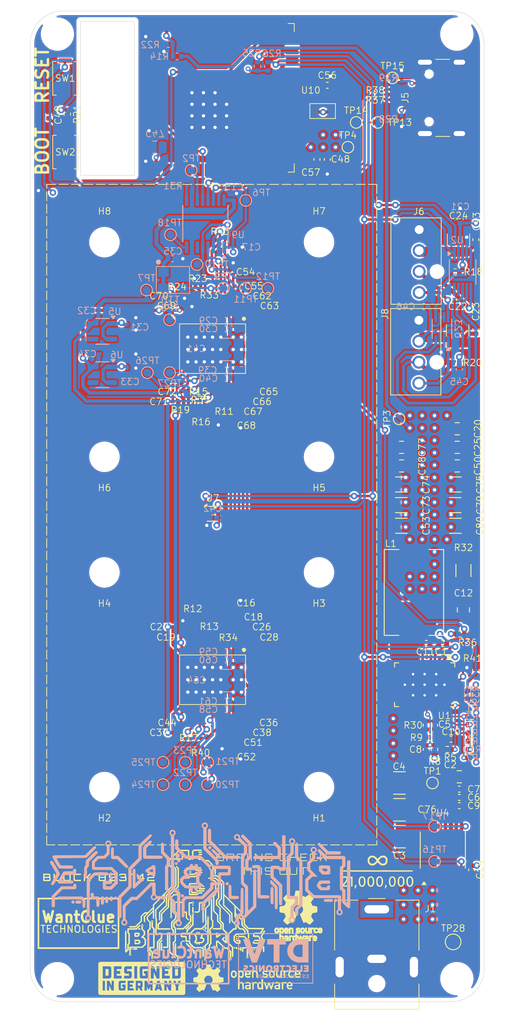
<source format=kicad_pcb>
(kicad_pcb
	(version 20240108)
	(generator "pcbnew")
	(generator_version "8.0")
	(general
		(thickness 1.6)
		(legacy_teardrops no)
	)
	(paper "A4")
	(layers
		(0 "F.Cu" signal)
		(1 "In1.Cu" power)
		(2 "In2.Cu" jumper)
		(3 "In3.Cu" jumper)
		(4 "In4.Cu" power)
		(31 "B.Cu" signal)
		(32 "B.Adhes" user "B.Adhesive")
		(33 "F.Adhes" user "F.Adhesive")
		(34 "B.Paste" user)
		(35 "F.Paste" user)
		(36 "B.SilkS" user "B.Silkscreen")
		(37 "F.SilkS" user "F.Silkscreen")
		(38 "B.Mask" user)
		(39 "F.Mask" user)
		(40 "Dwgs.User" user "User.Drawings")
		(41 "Cmts.User" user "User.Comments")
		(42 "Eco1.User" user "User.Eco1")
		(43 "Eco2.User" user "User.Eco2")
		(44 "Edge.Cuts" user)
		(45 "Margin" user)
		(46 "B.CrtYd" user "B.Courtyard")
		(47 "F.CrtYd" user "F.Courtyard")
		(48 "B.Fab" user)
		(49 "F.Fab" user)
		(50 "User.1" user)
		(51 "User.2" user)
		(52 "User.3" user)
		(53 "User.4" user)
		(54 "User.5" user)
		(55 "User.6" user)
		(56 "User.7" user)
		(57 "User.8" user)
		(58 "User.9" user)
	)
	(setup
		(stackup
			(layer "F.SilkS"
				(type "Top Silk Screen")
			)
			(layer "F.Paste"
				(type "Top Solder Paste")
			)
			(layer "F.Mask"
				(type "Top Solder Mask")
				(thickness 0.01)
			)
			(layer "F.Cu"
				(type "copper")
				(thickness 0.035)
			)
			(layer "dielectric 1"
				(type "prepreg")
				(thickness 0.1)
				(material "FR4")
				(epsilon_r 4.5)
				(loss_tangent 0.02)
			)
			(layer "In1.Cu"
				(type "copper")
				(thickness 0.035)
			)
			(layer "dielectric 2"
				(type "core")
				(thickness 0.535)
				(material "FR4")
				(epsilon_r 4.5)
				(loss_tangent 0.02)
			)
			(layer "In2.Cu"
				(type "copper")
				(thickness 0.035)
			)
			(layer "dielectric 3"
				(type "prepreg")
				(thickness 0.1)
				(material "FR4")
				(epsilon_r 4.5)
				(loss_tangent 0.02)
			)
			(layer "In3.Cu"
				(type "copper")
				(thickness 0.035)
			)
			(layer "dielectric 4"
				(type "core")
				(thickness 0.535)
				(material "FR4")
				(epsilon_r 4.5)
				(loss_tangent 0.02)
			)
			(layer "In4.Cu"
				(type "copper")
				(thickness 0.035)
			)
			(layer "dielectric 5"
				(type "prepreg")
				(thickness 0.1)
				(material "FR4")
				(epsilon_r 4.5)
				(loss_tangent 0.02)
			)
			(layer "B.Cu"
				(type "copper")
				(thickness 0.035)
			)
			(layer "B.Mask"
				(type "Bottom Solder Mask")
				(thickness 0.01)
			)
			(layer "B.Paste"
				(type "Bottom Solder Paste")
			)
			(layer "B.SilkS"
				(type "Bottom Silk Screen")
			)
			(copper_finish "ENIG")
			(dielectric_constraints no)
		)
		(pad_to_mask_clearance 0)
		(allow_soldermask_bridges_in_footprints no)
		(pcbplotparams
			(layerselection 0x00010fc_ffffffff)
			(plot_on_all_layers_selection 0x0000000_00000000)
			(disableapertmacros no)
			(usegerberextensions no)
			(usegerberattributes yes)
			(usegerberadvancedattributes yes)
			(creategerberjobfile no)
			(dashed_line_dash_ratio 12.000000)
			(dashed_line_gap_ratio 3.000000)
			(svgprecision 4)
			(plotframeref no)
			(viasonmask no)
			(mode 1)
			(useauxorigin no)
			(hpglpennumber 1)
			(hpglpenspeed 20)
			(hpglpendiameter 15.000000)
			(pdf_front_fp_property_popups yes)
			(pdf_back_fp_property_popups yes)
			(dxfpolygonmode yes)
			(dxfimperialunits yes)
			(dxfusepcbnewfont yes)
			(psnegative no)
			(psa4output no)
			(plotreference yes)
			(plotvalue no)
			(plotfptext yes)
			(plotinvisibletext no)
			(sketchpadsonfab no)
			(subtractmaskfromsilk yes)
			(outputformat 1)
			(mirror no)
			(drillshape 0)
			(scaleselection 1)
			(outputdirectory "../gerber/")
		)
	)
	(net 0 "")
	(net 1 "GND")
	(net 2 "Net-(U9-OE)")
	(net 3 "/5V")
	(net 4 "VDD")
	(net 5 "unconnected-(U8-GPIO9{slash}TOUCH9{slash}ADC1_CH8{slash}FSPIHD{slash}SUBSPIHD-Pad17)")
	(net 6 "/Domain/0V8")
	(net 7 "/ESP32/USB_D-")
	(net 8 "/ESP32/USB_D+")
	(net 9 "unconnected-(J5-SBU2-PadB8)")
	(net 10 "Net-(J5-D+-PadA6)")
	(net 11 "Net-(J5-D--PadA7)")
	(net 12 "unconnected-(J5-SBU1-PadA8)")
	(net 13 "Net-(J5-CC1)")
	(net 14 "Net-(J5-CC2)")
	(net 15 "/ESP32/IO0")
	(net 16 "unconnected-(U3-PIN_MODE-Pad19)")
	(net 17 "/Domain/1V2")
	(net 18 "Net-(U1-DRTN)")
	(net 19 "Net-(U1-BP1V5)")
	(net 20 "/Power/AGND")
	(net 21 "Net-(U1-AVIN)")
	(net 22 "Net-(U3-LITE_PAD)")
	(net 23 "Net-(U9-A1)")
	(net 24 "Net-(J5-VBUS-PadA4)")
	(net 25 "Net-(U3-CI)")
	(net 26 "Net-(U13-RI)")
	(net 27 "Net-(U13-NRSTO)")
	(net 28 "Net-(U3-RI)")
	(net 29 "Net-(U3-BI)")
	(net 30 "Net-(U3-ROSC_SEL)")
	(net 31 "Net-(U13-ROSC_SEL)")
	(net 32 "Net-(U1-EN{slash}UVLO)")
	(net 33 "Net-(U1-VDD5)")
	(net 34 "Net-(U1-BOOT)")
	(net 35 "/Power/SW")
	(net 36 "Net-(C12-Pad1)")
	(net 37 "Net-(U1-VOSNS)")
	(net 38 "/Domain/I_BI")
	(net 39 "Net-(U3-RO)")
	(net 40 "Net-(U3-CLKI)")
	(net 41 "Net-(U13-CLKO)")
	(net 42 "/Domain/NRSTO")
	(net 43 "/Domain/I_RO")
	(net 44 "unconnected-(U5-PG-Pad4)")
	(net 45 "unconnected-(U6-PG-Pad4)")
	(net 46 "Net-(U1-GOSNS)")
	(net 47 "unconnected-(U8-*GPIO46-Pad16)")
	(net 48 "unconnected-(U8-GPIO4{slash}TOUCH4{slash}ADC1_CH3-Pad4)")
	(net 49 "unconnected-(U8-GPIO5{slash}TOUCH5{slash}ADC1_CH4-Pad5)")
	(net 50 "unconnected-(U8-*GPIO45-Pad26)")
	(net 51 "/Domain/CLKI")
	(net 52 "Net-(U1-MSEL1)")
	(net 53 "unconnected-(U8-U0RXD{slash}GPIO44{slash}CLK_OUT2-Pad36)")
	(net 54 "unconnected-(U8-GPIO21-Pad23)")
	(net 55 "unconnected-(U10-NC-Pad4)")
	(net 56 "unconnected-(U8-U0TXD{slash}GPIO43{slash}CLK_OUT1-Pad37)")
	(net 57 "Net-(U1-MSEL2)")
	(net 58 "/TX")
	(net 59 "/RX")
	(net 60 "/RST")
	(net 61 "Net-(U1-ADRSEL)")
	(net 62 "Net-(U13-LITE_PAD)")
	(net 63 "unconnected-(U13-PIN_MODE-Pad19)")
	(net 64 "Net-(U9-B4)")
	(net 65 "/Domain/I_CI")
	(net 66 "/Domain/I_NRSTI")
	(net 67 "Net-(U9-DIR4)")
	(net 68 "/Power/INA_ALERT")
	(net 69 "unconnected-(U4-NC-Pad13)")
	(net 70 "unconnected-(U8-GPIO14{slash}TOUCH14{slash}ADC2_CH3{slash}FSPIWP{slash}FSPIDQS{slash}SUBSPIWP-Pad22)")
	(net 71 "Net-(U3-VDD1_0)")
	(net 72 "Net-(U3-VDD2_0)")
	(net 73 "/ESP32/VDD_SAMPLE_0")
	(net 74 "Net-(U3-VDD3_0)")
	(net 75 "Net-(U3-VDD3_1)")
	(net 76 "Net-(U3-VDD2_1)")
	(net 77 "unconnected-(U7-ALERT-Pad3)")
	(net 78 "/Fan/FAN1_TACH")
	(net 79 "/Fan/FAN1_PWM")
	(net 80 "/Fan/FAN2_TACH")
	(net 81 "/Fan/FAN2_PWM")
	(net 82 "unconnected-(U2-*ALERT-Pad10)")
	(net 83 "unconnected-(U2-CLK-Pad9)")
	(net 84 "Net-(U3-VDD1_1)")
	(net 85 "Net-(U13-VDD1_0)")
	(net 86 "Net-(U13-VDD2_0)")
	(net 87 "unconnected-(U9-A4-Pad6)")
	(net 88 "Net-(U13-VDD3_0)")
	(net 89 "Net-(U13-VDD3_1)")
	(net 90 "Net-(U13-VDD2_1)")
	(net 91 "/SCL")
	(net 92 "/SDA")
	(net 93 "Net-(U13-VDD1_1)")
	(net 94 "unconnected-(U8-GPIO7{slash}TOUCH7{slash}ADC1_CH6-Pad7)")
	(net 95 "/PWR_EN")
	(net 96 "unconnected-(U8-GPIO15{slash}U0RTS{slash}ADC2_CH4{slash}XTAL_32K_P-Pad8)")
	(net 97 "unconnected-(U8-GPIO10{slash}TOUCH10{slash}ADC1_CH9{slash}FSPICS0{slash}FSPIIO4{slash}SUBSPICS0-Pad18)")
	(net 98 "unconnected-(U8-SPIIO6{slash}GPIO35{slash}FSPID{slash}SUBSPID-Pad28)")
	(net 99 "unconnected-(U8-SPIDQS{slash}GPIO37{slash}FSPIQ{slash}SUBSPIQ-Pad30)")
	(net 100 "unconnected-(U8-GPIO38{slash}FSPIWP{slash}SUBSPIWP-Pad31)")
	(net 101 "unconnected-(U8-SPIIO7{slash}GPIO36{slash}FSPICLK{slash}SUBSPICLK-Pad29)")
	(net 102 "unconnected-(U13-INV_CLKO-Pad12)")
	(net 103 "unconnected-(U3-INV_CLKO-Pad12)")
	(net 104 "unconnected-(U8-GPIO13{slash}TOUCH13{slash}ADC2_CH2{slash}FSPIQ{slash}FSPIIO7{slash}SUBSPIQ-Pad21)")
	(net 105 "unconnected-(U8-GPIO11{slash}TOUCH11{slash}ADC2_CH0{slash}FSPID{slash}FSPIIO5{slash}SUBSPID-Pad19)")
	(net 106 "unconnected-(U8-GPIO12{slash}TOUCH12{slash}ADC2_CH1{slash}FSPICLK{slash}FSPIIO6{slash}SUBSPICLK-Pad20)")
	(net 107 "/ESP32/EN")
	(net 108 "unconnected-(U8-GPIO6{slash}TOUCH6{slash}ADC1_CH5-Pad6)")
	(net 109 "Net-(U3-CO)")
	(net 110 "Net-(U3-CLKO)")
	(net 111 "/Fan/PWM2")
	(net 112 "/Fan/PWM1")
	(net 113 "Net-(U3-BO)")
	(net 114 "Net-(U3-TEMP_N)")
	(net 115 "3V3")
	(net 116 "Net-(U3-TEMP_P)")
	(net 117 "Net-(U13-TEMP_N)")
	(net 118 "Net-(U13-CO)")
	(net 119 "Net-(U13-BO)")
	(net 120 "Net-(U13-TEMP_P)")
	(net 121 "+5V")
	(net 122 "Net-(U1-VSEL)")
	(net 123 "/Power/PGOOD")
	(net 124 "/Power/PMB_ALRT")
	(net 125 "unconnected-(U8-MTDI{slash}GPIO41{slash}CLK_OUT1-Pad34)")
	(net 126 "unconnected-(U8-MTMS{slash}GPIO42-Pad35)")
	(net 127 "unconnected-(U8-MTCK{slash}GPIO39{slash}CLK_OUT3{slash}SUBSPICS1-Pad32)")
	(net 128 "unconnected-(U8-MTDO{slash}GPIO40{slash}CLK_OUT2-Pad33)")
	(net 129 "unconnected-(U1-SYNC-Pad38)")
	(net 130 "unconnected-(U1-NC-Pad36)")
	(net 131 "unconnected-(U1-VSHARE-Pad35)")
	(net 132 "unconnected-(U1-BCX_DAT-Pad40)")
	(net 133 "unconnected-(U1-BCX_CLK-Pad39)")
	(footprint "BitForgeNano:C_0402_1005Metric" (layer "F.Cu") (at 81 63.98 -90))
	(footprint "BitForgeNano:TSSOP-16_4.4x5mm_P0.65mm" (layer "F.Cu") (at 95 147.62 90))
	(footprint "Resistor_SMD:R_0201_0603Metric" (layer "F.Cu") (at 64.7 79.3625))
	(footprint "BitForgeNano:C_0201_0603Metric" (layer "F.Cu") (at 62.6 133.4))
	(footprint "BitForgeNano:C_0201_0603Metric" (layer "F.Cu") (at 71.1 80.5125))
	(footprint "BitForgeNano:C_0201_0603Metric" (layer "F.Cu") (at 70.1 119.4))
	(footprint "BitForgeNano:MountingHole_3.2mm_M3_ISO14580" (layer "F.Cu") (at 54 140 180))
	(footprint "Capacitor_SMD:C_0402_1005Metric" (layer "F.Cu") (at 97 141.25))
	(footprint "Capacitor_SMD:C_0402_1005Metric" (layer "F.Cu") (at 97 140.25))
	(footprint "BitForgeNano:" (layer "F.Cu") (at 48.3 163.200011 90))
	(footprint "Resistor_SMD:R_0201_0603Metric" (layer "F.Cu") (at 64.7 119.45))
	(footprint "BitForgeNano:R_0201_0603Metric" (layer "F.Cu") (at 64.7 120.55))
	(footprint "BitForgeNano:R_0201_0603Metric" (layer "F.Cu") (at 89 55.5))
	(footprint "BitForgeNano:MountingHole_3.2mm_M3_ISO14580" (layer "F.Cu") (at 54 114 180))
	(footprint "BitForgeNano:MountingHole_3.2mm_M3_ISO14580" (layer "F.Cu") (at 80 100 180))
	(footprint "Resistor_SMD:R_0402_1005Metric" (layer "F.Cu") (at 98.54 131.45 180))
	(footprint "BitForgeNano:C_0201_0603Metric" (layer "F.Cu") (at 69.6 117.7 -90))
	(footprint "BitForgeNano:USB_C_Receptacle_GCT_USB4105-xx-A_16P_TopMnt_Horizontal" (layer "F.Cu") (at 95.935 56.525 90))
	(footprint "Resistor_SMD:R_0402_1005Metric" (layer "F.Cu") (at 93 132.51 90))
	(footprint "Capacitor_SMD:C_0805_2012Metric" (layer "F.Cu") (at 90 98.85 180))
	(footprint "BitForgeNano:BarrelJack_CUI_PJ-063AH_Horizontal" (layer "F.Cu") (at 87 154.8))
	(footprint "BitForgeNano:470531000" (layer "F.Cu") (at 92.1 83.46 -90))
	(footprint "Resistor_SMD:R_0402_1005Metric" (layer "F.Cu") (at 97.1 121.45 180))
	(footprint "Capacitor_SMD:C_1206_3216Metric" (layer "F.Cu") (at 96.525 108.35))
	(footprint "BitForgeNano:" (layer "F.Cu") (at 96.7 163.200011 90))
	(footprint "BitForgeNano:C_0201_0603Metric" (layer "F.Cu") (at 62.58 120.6))
	(footprint "BitForgeNano:C_0201_0603Metric" (layer "F.Cu") (at 62.6 93.3125))
	(footprint "Resistor_SMD:R_0402_1005Metric" (layer "F.Cu") (at 94 135.44 -90))
	(footprint "LOGO" (layer "F.Cu") (at 71.25 163.25))
	(footprint "Resistor_SMD:R_0402_1005Metric" (layer "F.Cu") (at 98.54 136.45))
	(footprint "LOGO"
		(layer "F.Cu")
		(uuid "3c6fabea-287b-4eab-acf9-c0af450894ee")
		(at 58.75 163.25)
		(property "Reference" "G***"
			(at 0 0 0)
			(unlocked yes)
			(layer "F.SilkS")
			(hide yes)
			(uuid "abf10084-17fc-4fa3-832e-0048bbfbe3ab")
			(effects
				(font
					(size 0.8 0.8)
					(thickness 0.1)
				)
			)
		)
		(property "Value" "LOGO"
			(at 0.75 0 0)
			(layer "F.SilkS")
			(hide yes)
			(uuid "7097baba-9b9c-4f1b-865a-0927a323bfe3")
			(effects
				(font
					(size 1.5 1.5)
					(thickness 0.3)
				)
			)
		)
		(property "Footprint" ""
			(at 0 0 0)
			(layer "F.Fab")
			(hide yes)
			(uuid "49c82278-3150-4421-be38-58dd77169893")
			(effects
				(font
					(size 1.27 1.27)
					(thickness 0.15)
				)
			)
		)
		(property "Datasheet" ""
			(at 0 0 0)
			(layer "F.Fab")
			(hide yes)
			(uuid "9fbec81d-50ec-47ea-bfe9-2340e4d187d3")
			(effects
				(font
					(size 1.27 1.27)
					(thickness 0.15)
				)
			)
		)
		(property "Description" ""
			(at 0 0 0)
			(layer "F.Fab")
			(hide yes)
			(uuid "7c201821-4931-47a0-973b-b25912d69650")
			(effects
				(font
					(size 1.27 1.27)
					(thickness 0.15)
				)
			)
		)
		(attr board_only exclude_from_pos_files exclude_from_bom)
		(fp_poly
			(pts
				(xy 1.794963 0.721107) (xy 1.805528 0.751265) (xy 1.819488 0.796446) (xy 1.828142 0.826389) (xy 1.861983 0.94617)
				(xy 1.789642 0.94617) (xy 1.748369 0.945354) (xy 1.728079 0.941241) (xy 1.723117 0.931335) (xy 1.726191 0.918162)
				(xy 1.734378 0.891122) (xy 1.746978 0.848172) (xy 1.759977 0.803095) (xy 1.773135 0.75869) (xy 1.783761 0.725742)
				(xy 1.789569 0.711341) (xy 1.789587 0.711322)
			)
			(stroke
				(width 0)
				(type solid)
			)
			(fill solid)
			(layer "F.SilkS")
			(uuid "8dd8ecec-1b75-4151-a0d8-daba0dfd3436")
		)
		(fp_poly
			(pts
				(xy -0.491269 0.481504) (xy -0.442011 0.486611) (xy -0.416824 0.494825) (xy -0.415782 0.49574) (xy -0.407269 0.518548)
				(xy -0.40185 0.565383) (xy -0.399801 0.633769) (xy -0.39979 0.639664) (xy -0.401577 0.709559) (xy -0.406754 0.758086)
				(xy -0.415046 0.782772) (xy -0.415782 0.783589) (xy -0.438615 0.79208) (xy -0.485724 0.797486) (xy -0.554887 0.799565)
				(xy -0.562372 0.79958) (xy -0.69297 0.79958) (xy -0.69297 0.639664) (xy -0.69297 0.479748) (xy -0.562372 0.479748)
			)
			(stroke
				(width 0)
				(type solid)
			)
			(fill solid)
			(layer "F.SilkS")
			(uuid "d2b1cd05-05a9-43ca-a409-64d714177368")
		)
		(fp_poly
			(pts
				(xy -4.356796 -1.212847) (xy -4.319462 -1.208851) (xy -4.292048 -1.198423) (xy -4.273041 -1.178774)
				(xy -4.260925 -1.147113) (xy -4.254185 -1.100654) (xy -4.251307 -1.036605) (xy -4.250775 -0.952179)
				(xy -4.251075 -0.844586) (xy -4.251102 -0.814698) (xy -4.251359 -0.702984) (xy -4.252224 -0.615046)
				(xy -4.253839 -0.548013) (xy -4.256346 -0.499011) (xy -4.259887 -0.465169) (xy -4.264604 -0.443615)
				(xy -4.26999 -0.432321) (xy -4.281198 -0.42105) (xy -4.298712 -0.413263) (xy -4.327497 -0.408109)
				(xy -4.372516 -0.404739) (xy -4.438732 -0.402303) (xy -4.446633 -0.40208) (xy -4.509088 -0.401165)
				(xy -4.561619 -0.401929) (xy -4.598604 -0.404187) (xy -4.614314 -0.407633) (xy -4.616814 -0.422984)
				(xy -4.619082 -0.461612) (xy -4.621038 -0.520139) (xy -4.622598 -0.595191) (xy -4.623681 -0.683392)
				(xy -4.624204 -0.781364) (xy -4.62424 -0.815128) (xy -4.62424 -1.212697) (xy -4.467289 -1.212697)
				(xy -4.405567 -1.213199)
			)
			(stroke
				(width 0)
				(type solid)
			)
			(fill solid)
			(layer "F.SilkS")
			(uuid "307720c0-d0f2-4d86-ac4b-095f60bbd9a2")
		)
		(fp_poly
			(pts
				(xy 4.065449 -1.212847) (xy 4.102784 -1.208851) (xy 4.130197 -1.198423) (xy 4.149205 -1.178774)
				(xy 4.16132 -1.147113) (xy 4.16806 -1.100654) (xy 4.170938 -1.036605) (xy 4.17147 -0.952179) (xy 4.171171 -0.844586)
				(xy 4.171143 -0.814698) (xy 4.170887 -0.702984) (xy 4.170022 -0.615046) (xy 4.168407 -0.548013)
				(xy 4.165899 -0.499011) (xy 4.162358 -0.465169) (xy 4.157642 -0.443615) (xy 4.152255 -0.432321)
				(xy 4.141048 -0.42105) (xy 4.123533 -0.413263) (xy 4.094748 -0.408109) (xy 4.04973 -0.404739) (xy 3.983513 -0.402303)
				(xy 3.975612 -0.40208) (xy 3.913157 -0.401165) (xy 3.860626 -0.401929) (xy 3.823641 -0.404187) (xy 3.807932 -0.407633)
				(xy 3.805432 -0.422984) (xy 3.803163 -0.461612) (xy 3.801207 -0.520139) (xy 3.799647 -0.595191)
				(xy 3.798564 -0.683392) (xy 3.798042 -0.781364) (xy 3.798006 -0.815128) (xy 3.798006 -1.212697)
				(xy 3.954957 -1.212697) (xy 4.016679 -1.213199)
			)
			(stroke
				(width 0)
				(type solid)
			)
			(fill solid)
			(layer "F.SilkS")
			(uuid "cd6be4e9-a0ad-4acc-8ac7-6d3a6868f00e")
		)
		(fp_poly
			(pts
				(xy 4.905198 -2.061296) (xy 4.949553 -2.0304) (xy 4.991464 -1.989465) (xy 5.00404 -1.973461) (xy 5.044019 -1.916701)
				(xy 5.047956 -0.108796) (xy 5.048499 0.17659) (xy 5.048822 0.43595) (xy 5.048924 0.669913) (xy 5.0488 0.879103)
				(xy 5.048447 1.064147) (xy 5.047861 1.225673) (xy 5.047039 1.364307) (xy 5.045977 1.480675) (xy 5.044671 1.575403)
				(xy 5.043118 1.64912) (xy 5.041315 1.70245) (xy 5.039257 1.736021) (xy 5.03736 1.749303) (xy 5.011536 1.80455)
				(xy 4.970254 1.857796) (xy 4.921679 1.899595) (xy 4.894734 1.914315) (xy 4.887501 1.915899) (xy 4.873124 1.917391)
				(xy 4.850868 1.918794) (xy 4.820002 1.92011) (xy 4.779792 1.921341) (xy 4.729505 1.92249) (xy 4.668407 1.92356)
				(xy 4.595767 1.924553) (xy 4.51085 1.925471) (xy 4.412925 1.926318) (xy 4.301257 1.927096) (xy 4.175114 1.927808)
				(xy 4.033762 1.928455) (xy 3.87647 1.929041) (xy 3.702503 1.929568) (xy 3.511128 1.930039) (xy 3.301613 1.930456)
				(xy 3.073225 1.930822) (xy 2.82523 1.93114) (xy 2.556896 1.931411) (xy 2.267489 1.931639) (xy 1.956276 1.931826)
				(xy 1.622525 1.931975) (xy 1.265502 1.932087) (xy 0.884475 1.932167) (xy 0.478709 1.932216) (xy 0.047473 1.932237)
				(xy -0.229452 1.932237) (xy -0.669991 1.932223) (xy -1.084655 1.932192) (xy -1.474224 1.932141)
				(xy -1.839474 1.932068) (xy -2.181184 1.93197) (xy -2.500133 1.931842) (xy -2.797097 1.931682) (xy -3.072857 1.931486)
				(xy -3.328188 1.931253) (xy -3.563871 1.930977) (xy -3.780683 1.930657) (xy -3.979402 1.930288)
				(xy -4.160806 1.929869) (xy -4.325674 1.929395) (xy -4.474784 1.928864) (xy -4.608914 1.928272)
				(xy -4.728841 1.927616) (xy -4.835345 1.926893) (xy -4.929203 1.9261) (xy -5.011194 1.925234) (xy -5.082095 1.924291)
				(xy -5.142686 1.923268) (xy -5.193743 1.922163) (xy -5.236046 1.920972) (xy -5.270372 1.919691)
				(xy -5.297499 1.918318) (xy -5.318207 1.91685) (xy -5.333272 1.915283) (xy -5.343474 1.913615) (xy -5.349589 1.911841)
				(xy -5.350525 1.911405) (xy -5.418562 1.863012) (xy -5.468327 1.799882) (xy -5.483903 1.766805)
				(xy -5.486836 1.756874) (xy -5.48947 1.742511) (xy -5.491816 1.722387) (xy -5.493886 1.695176) (xy -5.495693 1.659549)
				(xy -5.497248 1.614179) (xy -5.498563 1.557739) (xy -5.499651 1.4889) (xy -5.500523 1.406336) (xy -5.501191 1.308718)
				(xy -5.501668 1.19472) (xy -5.501965 1.063012) (xy -5.502095 0.912269) (xy -5.502078 0.79958) (xy -4.957398 0.79958)
				(xy -4.957398 1.385939) (xy -4.824135 1.385939) (xy -4.690871 1.385939) (xy -4.690871 0.79958) (xy -4.450997 0.79958)
				(xy -4.450997 1.385939) (xy -4.317734 1.385939) (xy -4.18447 1.385939) (xy -4.18447 1.09276) (xy -4.184038 1.007593)
				(xy -4.182826 0.932153) (xy -4.180965 0.870245) (xy -4.178585 0.82567) (xy -4.175815 0.802233) (xy -4.174476 0.799595)
				(xy -4.166227 0.811124) (xy -4.148355 0.843514) (xy -4.122531 0.893488) (xy -4.090426 0.957764)
				(xy -4.053709 1.033065) (xy -4.025114 1.092775) (xy -3.885748 1.385939) (xy -3.748593 1.385939)
				(xy -3.611438 1.385939) (xy -3.611438 0.79958) (xy -3.031742 0.79958) (xy -3.03167 0.918865) (xy -3.031339 1.014501)
				(xy -3.030579 1.08949) (xy -3.029217 1.146835) (xy -3.027083 1.18954) (xy -3.024004 1.220608) (xy -3.01981 1.243041)
				(xy -3.01433 1.259843) (xy -3.007392 1.274016) (xy -3.004369 1.279283) (xy -2.973918 1.318782) (xy -2.935804 1.353514)
				(xy -2.931381 1.35662) (xy -2.91532 1.366838) (xy -2.899059 1.374433) (xy -2.878676 1.379726) (xy -2.85025 1.383039)
				(xy -2.80986 1.384693) (xy -2.753586 1.385009) (xy -2.677506 1.384309) (xy -2.605607 1.383318) (xy -2.511802 1.381821)
				(xy -2.440763 1.380133) (xy -2.388601 1.377845) (xy -2.351431 1.374549) (xy -2.325364 1.369837)
				(xy -2.306514 1.363302) (xy -2.290993 1.354536) (xy -2.283779 1.349554) (xy -2.257571 1.328943)
				(xy -2.237348 1.306717) (xy -2.222345 1.279253) (xy -2.211797 1.242929) (xy -2.204939 1.194121)
				(xy -2.201005 1.129207) (xy -2.19923 1.044565) (xy -2.198846 0.947488) (xy -2.198846 0.79958) (xy -1.945646 0.79958)
				(xy -1.945646 1.385939) (xy -1.579171 1.385939) (xy -1.212697 1.385939) (xy -1.212697 1.252676)
				(xy -1.212697 1.119413) (xy -1.445908 1.119413) (xy -1.679119 1.119413) (xy -1.679119 1.026128)
				(xy -1.679119 0.932844) (xy -1.51254 0.932844) (xy -1.34596 0.932844) (xy -1.34596 0.79958) (xy -0.959497 0.79958)
				(xy -0.959497 1.385939) (xy -0.826233 1.385939) (xy -0.69297 1.385939) (xy -0.69297 1.232686) (xy -0.69297 1.079434)
				(xy -0.616343 1.079615) (xy -0.539717 1.079797) (xy -0.479748 1.229537) (xy -0.41978 1.379276) (xy -0.274917 1.383075)
				(xy -0.209307 1.384149) (xy -0.16672 1.383037) (xy -0.143589 1.379392) (xy -0.136348 1.372871) (xy -0.136946 1.369748)
				(xy -0.144395 1.351083) (xy -0.159428 1.313305) (xy -0.179794 1.262072) (xy -0.201115 1.208403)
				(xy -0.258391 1.064183) (xy -0.215553 1.030656) (xy -0.189917 1.00932) (xy -0.170233 0.988009) (xy -0.155719 0.962977)
				(xy -0.145592 0.93048) (xy -0.139071 0.886771) (xy -0.135372 0.828107) (xy -0.133714 0.750741) (xy -0.133314 0.650929)
				(xy -0.133313 0.636995) (xy -0.13376 0.532389) (xy -0.135644 0.450806) (xy -0.139846 0.388622) (xy -0.147246 0.342213)
				(xy -0.158724 0.307955) (xy -0.17516 0.282223) (xy -0.197433 0.261395) (xy -0.226424 0.241845) (xy -0.229758 0.239802)
				(xy -0.24468 0.231689) (xy -0.261846 0.225419) (xy -0.284693 0.220755) (xy -0.316658 0.217461) (xy -0.361177 0.215302)
				(xy -0.421687 0.214042) (xy -0.501625 0.213444) (xy -0.604427 0.213274) (xy -0.616343 0.213271)
				(xy -0.959497 0.213222) (xy 0.10661 0.213222) (xy 0.10661 0.79958) (xy 0.10661 1.385939) (xy 0.246243 1.385939)
				(xy 0.385875 1.385939) (xy 0.389501 1.137024) (xy 0.393127 0.888109) (xy 0.473085 1.084046) (xy 0.553043 1.279982)
				(xy 0.597499 1.276324) (xy 0.614346 1.274255) (xy 0.628032 1.268798) (xy 0.640814 1.256344) (xy 0.654954 1.233281)
				(xy 0.672709 1.196) (xy 0.696339 1.140891) (xy 0.724099 1.074029) (xy 0.806243 0.875393) (xy 0.809863 1.130666)
				(xy 0.813482 1.385939) (xy 0.946457 1.385939) (xy 1.079433 1.385939) (xy 1.079433 1.378703) (xy 1.332634 1.378703)
				(xy 1.345016 1.381748) (xy 1.378394 1.384161) (xy 1.42711 1.385633) (xy 1.465207 1.385939) (xy 1.597781 1.385939)
				(xy 1.620216 1.305981) (xy 1.642651 1.226023) (xy 1.791518 1.226023) (xy 1.940385 1.226023) (xy 1.960316 1.30265)
				(xy 1.980248 1.379276) (xy 2.117811 1.383092) (xy 2.181561 1.384162) (xy 2.222367 1.382886) (xy 2.243863 1.378897)
				(xy 2.249682 1.371824) (xy 2.249201 1.369765) (xy 2.244446 1.353704) (xy 2.233324 1.314644) (xy 2.216587 1.255272)
				(xy 2.194988 1.178273) (xy 2.169279 1.086335) (xy 2.140213 0.982141) (xy 2.108542 0.868379) (xy 2.08929 0.799114)
				(xy 2.505351 0.799114) (xy 2.505351 1.385939) (xy 2.638615 1.385939) (xy 2.771878 1.385939) (xy 2.77295 1.089428)
				(xy 2.774022 0.792917) (xy 2.91878 1.089428) (xy 3.063537 1.385939) (xy 3.197561 1.385939) (xy 3.331584 1.385939)
				(xy 3.331584 0.79958) (xy 3.331584 0.227101) (xy 3.588074 0.227101) (xy 3.58871 0.229395) (xy 3.595881 0.245607)
				(xy 3.612563 0.28283) (xy 3.637281 0.337789) (xy 3.668563 0.407214) (xy 3.704934 0.487829) (xy 3.744921 0.576363)
				(xy 3.750237 0.588126) (xy 3.904617 0.929715) (xy 3.904617 1.157827) (xy 3.904617 1.385939) (xy 4.044543 1.385939)
				(xy 4.18447 1.385939) (xy 4.18447 1.157321) (xy 4.18447 0.928704) (xy 4.32616 0.614273) (xy 4.365535 0.526799)
				(xy 4.402175 0.445223) (xy 4.434372 0.37336) (xy 4.460417 0.315027) (xy 4.478604 0.274042) (xy 4.486452 0.256062)
				(xy 4.505053 0.212281) (xy 4.369149 0.216083) (xy 4.233246 0.219885) (xy 4.143583 0.41978) (xy 4.113027 0.486205)
				(xy 4.085547 0.54278) (xy 4.063173 0.585568) (xy 4.047936 0.610633) (xy 4.042568 0.615514) (xy 4.033567 0.602511)
				(xy 4.016021 0.569268) (xy 3.992001 0.519991) (xy 3.963581 0.458886) (xy 3.944086 0.415618) (xy 3.856956 0.219885)
				(xy 3.719259 0.216069) (xy 3.65566 0.214988) (xy 3.615015 0.216219) (xy 3.593696 0.220134) (xy 3.588074 0.227101)
				(xy 3.331584 0.227101) (xy 3.331584 0.213222) (xy 3.198571 0.213222) (xy 3.065558 0.213222) (xy 3.061976 0.514321)
				(xy 3.058394 0.81542) (xy 2.917085 0.517652) (xy 2.775776 0.219885) (xy 2.640564 0.216087) (xy 2.505351 0.212289)
				(xy 2.505351 0.799114) (xy 2.08929 0.799114) (xy 2.08479 0.782922) (xy 1.926553 0.213222) (xy 1.789509 0.213222)
				(xy 1.732711 0.213677) (xy 1.687399 0.214906) (xy 1.659135 0.216706) (xy 1.652466 0.218253) (xy 1.649003 0.231725)
				(xy 1.639093 0.268269) (xy 1.623454 0.325285) (xy 1.602804 0.400173) (xy 1.57786 0.490335) (xy 1.549341 0.593169)
				(xy 1.517964 0.706077) (xy 1.49255 0.797376) (xy 1.459462 0.916314) (xy 1.428688 1.027244) (xy 1.400943 1.127552)
				(xy 1.376949 1.214626) (xy 1.357423 1.285853) (xy 1.343084 1.33862) (xy 1.334651 1.370316) (xy 1.332634 1.378703)
				(xy 1.079433 1.378703) (xy 1.079433 0.799114) (xy 1.079433 0.212289) (xy 0.943786 0.216087) (xy 0.808138 0.219885)
				(xy 0.706915 0.462308) (xy 0.675483 0.53711) (xy 0.647309 0.60326) (xy 0.624067 0.656899) (xy 0.607433 0.694167)
				(xy 0.599082 0.711203) (xy 0.598672 0.711751) (xy 0.59176 0.702175) (xy 0.576481 0.671403) (xy 0.554429 0.622959)
				(xy 0.527195 0.560369) (xy 0.496373 0.487158) (xy 0.487629 0.465996) (xy 0.383605 0.213222) (xy 0.245108 0.213222)
				(xy 0.10661 0.213222) (xy -0.959497 0.213222) (xy -0.959497 0.79958) (xy -1.34596 0.79958) (xy -1.34596 0.666317)
				(xy -1.51254 0.666317) (xy -1.679119 0.666317) (xy -1.679119 0.573033) (xy -1.679119 0.479748) (xy -1.445908 0.479748)
				(xy -1.212697 0.479748) (xy -1.212697 0.346485) (xy -1.212697 0.213222) (xy -1.579171 0.213222)
				(xy -1.945646 0.213222) (xy -1.945646 0.79958) (xy -2.198846 0.79958) (xy -2.198846 0.666317) (xy -2.405404 0.666317)
				(xy -2.611962 0.666317) (xy -2.611962 0.79958) (xy -2.611962 0.932844) (xy -2.538668 0.932844) (xy -2.465373 0.932844)
				(xy -2.465373 1.026128) (xy -2.465373 1.119413) (xy -2.611962 1.119413) (xy -2.758552 1.119413)
				(xy -2.758552 0.79958) (xy -2.758552 0.479748) (xy -2.478699 0.479748) (xy -2.198846 0.479748) (xy -2.198846 0.346485)
				(xy -2.198846 0.213222) (xy -2.54336 0.213222) (xy -2.648223 0.213298) (xy -2.729866 0.213706) (xy -2.791721 0.214708)
				(xy -2.837222 0.216571) (xy -2.8698 0.219559) (xy -2.892889 0.223937) (xy -2.90992 0.22997) (xy -2.924327 0.237923)
				(xy -2.932435 0.243251) (xy -2.970057 0.27615) (xy -3.002078 0.316119) (xy -3.004369 0.319878) (xy -3.0119 0.333839)
				(xy -3.017909 0.3493) (xy -3.022567 0.369262) (xy -3.026045 0.396729) (xy -3.028514 0.434704) (xy -3.030146 0.48619)
				(xy -3.031113 0.554189) (xy -3.031585 0.641706) (xy -3.031734 0.751742) (xy -3.031742 0.79958) (xy -3.611438 0.79958)
				(xy -3.611438 0.213222) (xy -3.744701 0.213222) (xy -3.877965 0.213222) (xy -3.879131 0.516396)
				(xy -3.880297 0.81957) (xy -4.028192 0.516396) (xy -4.176087 0.213222) (xy -4.313542 0.213222) (xy -4.450997 0.213222)
				(xy -4.450997 0.79958) (xy -
... [3750108 chars truncated]
</source>
